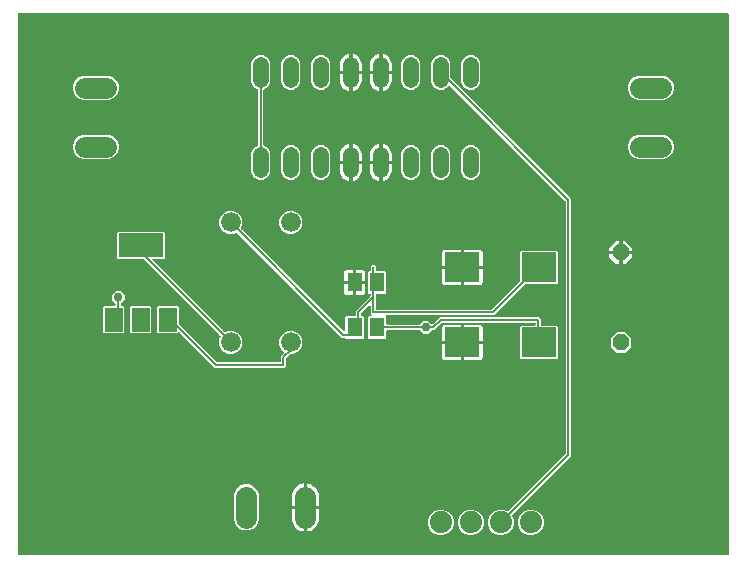
<source format=gbr>
G04 EAGLE Gerber RS-274X export*
G75*
%MOMM*%
%FSLAX34Y34*%
%LPD*%
%INTop Copper*%
%IPPOS*%
%AMOC8*
5,1,8,0,0,1.08239X$1,22.5*%
G01*
%ADD10P,1.539592X8X112.500000*%
%ADD11R,2.900000X2.500000*%
%ADD12C,1.676400*%
%ADD13C,1.320800*%
%ADD14R,1.500000X2.000000*%
%ADD15R,3.800000X2.000000*%
%ADD16C,1.879600*%
%ADD17R,1.300000X1.600000*%
%ADD18C,1.790700*%
%ADD19C,0.152400*%
%ADD20C,0.756400*%

G36*
X611198Y10164D02*
X611198Y10164D01*
X611217Y10162D01*
X611319Y10184D01*
X611421Y10200D01*
X611438Y10210D01*
X611458Y10214D01*
X611547Y10267D01*
X611638Y10316D01*
X611652Y10330D01*
X611669Y10340D01*
X611736Y10419D01*
X611808Y10494D01*
X611816Y10512D01*
X611829Y10527D01*
X611868Y10623D01*
X611911Y10717D01*
X611913Y10737D01*
X611921Y10755D01*
X611939Y10922D01*
X611939Y468378D01*
X611936Y468398D01*
X611938Y468417D01*
X611916Y468519D01*
X611900Y468621D01*
X611890Y468638D01*
X611886Y468658D01*
X611833Y468747D01*
X611784Y468838D01*
X611770Y468852D01*
X611760Y468869D01*
X611681Y468936D01*
X611606Y469008D01*
X611588Y469016D01*
X611573Y469029D01*
X611477Y469068D01*
X611383Y469111D01*
X611363Y469113D01*
X611345Y469121D01*
X611178Y469139D01*
X10922Y469139D01*
X10902Y469136D01*
X10883Y469138D01*
X10781Y469116D01*
X10679Y469100D01*
X10662Y469090D01*
X10642Y469086D01*
X10553Y469033D01*
X10462Y468984D01*
X10448Y468970D01*
X10431Y468960D01*
X10364Y468881D01*
X10292Y468806D01*
X10284Y468788D01*
X10271Y468773D01*
X10232Y468677D01*
X10189Y468583D01*
X10187Y468563D01*
X10179Y468545D01*
X10161Y468378D01*
X10161Y10922D01*
X10164Y10902D01*
X10162Y10883D01*
X10184Y10781D01*
X10200Y10679D01*
X10210Y10662D01*
X10214Y10642D01*
X10267Y10553D01*
X10316Y10462D01*
X10330Y10448D01*
X10340Y10431D01*
X10419Y10364D01*
X10494Y10292D01*
X10512Y10284D01*
X10527Y10271D01*
X10623Y10232D01*
X10717Y10189D01*
X10737Y10187D01*
X10755Y10179D01*
X10922Y10161D01*
X611178Y10161D01*
X611198Y10164D01*
G37*
%LPC*%
G36*
X436468Y176475D02*
X436468Y176475D01*
X435575Y177368D01*
X435575Y203632D01*
X436468Y204525D01*
X447802Y204525D01*
X447822Y204528D01*
X447841Y204526D01*
X447943Y204548D01*
X448045Y204564D01*
X448062Y204574D01*
X448082Y204578D01*
X448171Y204631D01*
X448262Y204680D01*
X448276Y204694D01*
X448293Y204704D01*
X448360Y204783D01*
X448432Y204858D01*
X448440Y204876D01*
X448453Y204891D01*
X448492Y204987D01*
X448535Y205081D01*
X448537Y205101D01*
X448545Y205119D01*
X448563Y205286D01*
X448563Y206502D01*
X448560Y206522D01*
X448562Y206541D01*
X448540Y206643D01*
X448524Y206745D01*
X448514Y206762D01*
X448510Y206782D01*
X448457Y206871D01*
X448408Y206962D01*
X448394Y206976D01*
X448384Y206993D01*
X448305Y207060D01*
X448230Y207132D01*
X448212Y207140D01*
X448197Y207153D01*
X448101Y207192D01*
X448007Y207235D01*
X447987Y207237D01*
X447969Y207245D01*
X447802Y207263D01*
X369563Y207263D01*
X369472Y207249D01*
X369382Y207241D01*
X369352Y207229D01*
X369320Y207224D01*
X369239Y207181D01*
X369155Y207145D01*
X369123Y207119D01*
X369102Y207108D01*
X369080Y207085D01*
X369024Y207040D01*
X362897Y200913D01*
X361133Y200913D01*
X361043Y200899D01*
X360952Y200891D01*
X360923Y200879D01*
X360891Y200874D01*
X360810Y200831D01*
X360726Y200795D01*
X360694Y200769D01*
X360673Y200758D01*
X360651Y200735D01*
X360595Y200690D01*
X357798Y197893D01*
X353402Y197893D01*
X350605Y200690D01*
X350531Y200743D01*
X350461Y200803D01*
X350431Y200815D01*
X350405Y200834D01*
X350318Y200861D01*
X350233Y200895D01*
X350192Y200899D01*
X350170Y200906D01*
X350138Y200905D01*
X350067Y200913D01*
X323086Y200913D01*
X323066Y200910D01*
X323047Y200912D01*
X322945Y200890D01*
X322843Y200874D01*
X322826Y200864D01*
X322806Y200860D01*
X322717Y200807D01*
X322626Y200758D01*
X322612Y200744D01*
X322595Y200734D01*
X322528Y200655D01*
X322456Y200580D01*
X322448Y200562D01*
X322435Y200547D01*
X322396Y200451D01*
X322353Y200357D01*
X322351Y200337D01*
X322343Y200319D01*
X322325Y200152D01*
X322325Y194568D01*
X321432Y193675D01*
X307168Y193675D01*
X306275Y194568D01*
X306275Y211832D01*
X307168Y212725D01*
X309254Y212725D01*
X309324Y212736D01*
X309396Y212738D01*
X309445Y212756D01*
X309496Y212764D01*
X309560Y212798D01*
X309627Y212823D01*
X309668Y212855D01*
X309714Y212880D01*
X309763Y212932D01*
X309819Y212976D01*
X309847Y213020D01*
X309883Y213058D01*
X309913Y213123D01*
X309952Y213183D01*
X309965Y213234D01*
X309987Y213281D01*
X309995Y213352D01*
X310012Y213422D01*
X310008Y213474D01*
X310014Y213525D01*
X309999Y213596D01*
X309993Y213667D01*
X309973Y213715D01*
X309962Y213766D01*
X309925Y213827D01*
X309897Y213893D01*
X309852Y213949D01*
X309835Y213977D01*
X309818Y213992D01*
X309792Y214024D01*
X308863Y214953D01*
X308863Y221242D01*
X308852Y221312D01*
X308850Y221384D01*
X308832Y221433D01*
X308824Y221484D01*
X308790Y221548D01*
X308765Y221615D01*
X308733Y221656D01*
X308708Y221702D01*
X308656Y221751D01*
X308612Y221807D01*
X308568Y221835D01*
X308530Y221871D01*
X308465Y221901D01*
X308405Y221940D01*
X308354Y221953D01*
X308307Y221975D01*
X308236Y221983D01*
X308166Y222000D01*
X308114Y221996D01*
X308063Y222002D01*
X307992Y221987D01*
X307921Y221981D01*
X307873Y221961D01*
X307822Y221950D01*
X307761Y221913D01*
X307695Y221885D01*
X307639Y221840D01*
X307611Y221823D01*
X307596Y221806D01*
X307564Y221780D01*
X300960Y215176D01*
X300907Y215102D01*
X300847Y215032D01*
X300835Y215002D01*
X300816Y214976D01*
X300789Y214889D01*
X300755Y214804D01*
X300751Y214763D01*
X300744Y214741D01*
X300745Y214709D01*
X300737Y214637D01*
X300737Y213486D01*
X300740Y213466D01*
X300738Y213447D01*
X300760Y213345D01*
X300776Y213243D01*
X300786Y213226D01*
X300790Y213206D01*
X300843Y213117D01*
X300892Y213026D01*
X300906Y213012D01*
X300916Y212995D01*
X300995Y212928D01*
X301070Y212856D01*
X301088Y212848D01*
X301103Y212835D01*
X301199Y212796D01*
X301293Y212753D01*
X301313Y212751D01*
X301331Y212743D01*
X301498Y212725D01*
X302432Y212725D01*
X303325Y211832D01*
X303325Y194568D01*
X302432Y193675D01*
X288168Y193675D01*
X287503Y194340D01*
X287429Y194393D01*
X287360Y194453D01*
X287330Y194465D01*
X287304Y194484D01*
X287217Y194511D01*
X287132Y194545D01*
X287091Y194549D01*
X287069Y194556D01*
X287036Y194555D01*
X286965Y194563D01*
X284803Y194563D01*
X283240Y196126D01*
X196155Y283211D01*
X196061Y283278D01*
X195967Y283349D01*
X195961Y283351D01*
X195955Y283354D01*
X195845Y283389D01*
X195733Y283425D01*
X195726Y283425D01*
X195720Y283427D01*
X195604Y283424D01*
X195487Y283423D01*
X195480Y283421D01*
X195475Y283420D01*
X195457Y283414D01*
X195326Y283376D01*
X192471Y282193D01*
X188529Y282193D01*
X184888Y283701D01*
X182101Y286488D01*
X180593Y290129D01*
X180593Y294071D01*
X182101Y297712D01*
X184888Y300499D01*
X188529Y302007D01*
X192471Y302007D01*
X196112Y300499D01*
X198899Y297712D01*
X200407Y294071D01*
X200407Y290129D01*
X199224Y287274D01*
X199197Y287161D01*
X199169Y287047D01*
X199169Y287041D01*
X199168Y287035D01*
X199179Y286918D01*
X199188Y286802D01*
X199190Y286796D01*
X199191Y286790D01*
X199239Y286682D01*
X199284Y286576D01*
X199289Y286570D01*
X199291Y286565D01*
X199304Y286552D01*
X199389Y286445D01*
X285976Y199858D01*
X286034Y199816D01*
X286086Y199767D01*
X286133Y199745D01*
X286175Y199715D01*
X286244Y199694D01*
X286309Y199663D01*
X286361Y199658D01*
X286411Y199642D01*
X286482Y199644D01*
X286553Y199636D01*
X286604Y199647D01*
X286656Y199649D01*
X286724Y199673D01*
X286794Y199688D01*
X286838Y199715D01*
X286887Y199733D01*
X286943Y199778D01*
X287005Y199815D01*
X287039Y199854D01*
X287079Y199887D01*
X287118Y199947D01*
X287165Y200002D01*
X287184Y200050D01*
X287212Y200094D01*
X287230Y200163D01*
X287257Y200230D01*
X287265Y200301D01*
X287273Y200332D01*
X287271Y200356D01*
X287275Y200396D01*
X287275Y211832D01*
X288168Y212725D01*
X295402Y212725D01*
X295422Y212728D01*
X295441Y212726D01*
X295543Y212748D01*
X295645Y212764D01*
X295662Y212774D01*
X295682Y212778D01*
X295771Y212831D01*
X295862Y212880D01*
X295876Y212894D01*
X295893Y212904D01*
X295960Y212983D01*
X296032Y213058D01*
X296040Y213076D01*
X296053Y213091D01*
X296092Y213187D01*
X296135Y213281D01*
X296137Y213301D01*
X296145Y213319D01*
X296163Y213486D01*
X296163Y216847D01*
X308640Y229324D01*
X308693Y229398D01*
X308753Y229468D01*
X308765Y229498D01*
X308784Y229524D01*
X308811Y229611D01*
X308845Y229696D01*
X308849Y229737D01*
X308856Y229759D01*
X308855Y229791D01*
X308863Y229863D01*
X308863Y231014D01*
X308860Y231034D01*
X308862Y231053D01*
X308840Y231155D01*
X308824Y231257D01*
X308814Y231274D01*
X308810Y231294D01*
X308757Y231383D01*
X308708Y231474D01*
X308694Y231488D01*
X308684Y231505D01*
X308605Y231572D01*
X308530Y231644D01*
X308512Y231652D01*
X308497Y231665D01*
X308401Y231704D01*
X308307Y231747D01*
X308287Y231749D01*
X308269Y231757D01*
X308102Y231775D01*
X307168Y231775D01*
X306275Y232668D01*
X306275Y249932D01*
X307168Y250825D01*
X308102Y250825D01*
X308122Y250828D01*
X308141Y250826D01*
X308243Y250848D01*
X308345Y250864D01*
X308362Y250874D01*
X308382Y250878D01*
X308471Y250931D01*
X308562Y250980D01*
X308576Y250994D01*
X308593Y251004D01*
X308660Y251083D01*
X308732Y251158D01*
X308740Y251176D01*
X308753Y251191D01*
X308792Y251287D01*
X308835Y251381D01*
X308837Y251401D01*
X308845Y251419D01*
X308863Y251586D01*
X308863Y254947D01*
X310203Y256287D01*
X312097Y256287D01*
X313437Y254947D01*
X313437Y251586D01*
X313440Y251566D01*
X313438Y251547D01*
X313460Y251445D01*
X313476Y251343D01*
X313486Y251326D01*
X313490Y251306D01*
X313543Y251217D01*
X313592Y251126D01*
X313606Y251112D01*
X313616Y251095D01*
X313695Y251028D01*
X313770Y250956D01*
X313788Y250948D01*
X313803Y250935D01*
X313899Y250896D01*
X313993Y250853D01*
X314013Y250851D01*
X314031Y250843D01*
X314198Y250825D01*
X321432Y250825D01*
X322325Y249932D01*
X322325Y232668D01*
X321432Y231775D01*
X314198Y231775D01*
X314178Y231772D01*
X314159Y231774D01*
X314057Y231752D01*
X313955Y231736D01*
X313938Y231726D01*
X313918Y231722D01*
X313829Y231669D01*
X313738Y231620D01*
X313724Y231606D01*
X313707Y231596D01*
X313640Y231517D01*
X313568Y231442D01*
X313560Y231424D01*
X313547Y231409D01*
X313508Y231313D01*
X313465Y231219D01*
X313463Y231199D01*
X313455Y231181D01*
X313437Y231014D01*
X313437Y218948D01*
X313440Y218928D01*
X313438Y218909D01*
X313460Y218807D01*
X313476Y218705D01*
X313486Y218688D01*
X313490Y218668D01*
X313543Y218579D01*
X313592Y218488D01*
X313606Y218474D01*
X313616Y218457D01*
X313695Y218390D01*
X313770Y218318D01*
X313788Y218310D01*
X313803Y218297D01*
X313899Y218258D01*
X313993Y218215D01*
X314013Y218213D01*
X314031Y218205D01*
X314198Y218187D01*
X411487Y218187D01*
X411578Y218201D01*
X411668Y218209D01*
X411698Y218221D01*
X411730Y218226D01*
X411811Y218269D01*
X411895Y218305D01*
X411927Y218331D01*
X411948Y218342D01*
X411970Y218365D01*
X412026Y218410D01*
X435352Y241736D01*
X435405Y241810D01*
X435465Y241880D01*
X435477Y241910D01*
X435496Y241936D01*
X435523Y242023D01*
X435557Y242108D01*
X435561Y242149D01*
X435568Y242171D01*
X435567Y242203D01*
X435575Y242275D01*
X435575Y267132D01*
X436468Y268025D01*
X466732Y268025D01*
X467625Y267132D01*
X467625Y240868D01*
X466732Y239975D01*
X440375Y239975D01*
X440284Y239961D01*
X440194Y239953D01*
X440164Y239941D01*
X440132Y239936D01*
X440051Y239893D01*
X439967Y239857D01*
X439935Y239831D01*
X439914Y239820D01*
X439892Y239797D01*
X439836Y239752D01*
X413697Y213613D01*
X322381Y213613D01*
X322310Y213602D01*
X322238Y213600D01*
X322189Y213582D01*
X322138Y213574D01*
X322075Y213540D01*
X322007Y213515D01*
X321967Y213483D01*
X321921Y213458D01*
X321871Y213406D01*
X321815Y213362D01*
X321787Y213318D01*
X321751Y213280D01*
X321721Y213215D01*
X321682Y213155D01*
X321670Y213104D01*
X321648Y213057D01*
X321640Y212986D01*
X321622Y212916D01*
X321626Y212864D01*
X321621Y212813D01*
X321636Y212742D01*
X321641Y212671D01*
X321662Y212623D01*
X321673Y212572D01*
X321710Y212511D01*
X321738Y212445D01*
X321783Y212389D01*
X321799Y212361D01*
X321817Y212346D01*
X321843Y212314D01*
X322325Y211832D01*
X322325Y206248D01*
X322328Y206228D01*
X322326Y206209D01*
X322348Y206107D01*
X322364Y206005D01*
X322374Y205988D01*
X322378Y205968D01*
X322431Y205879D01*
X322480Y205788D01*
X322494Y205774D01*
X322504Y205757D01*
X322583Y205690D01*
X322658Y205618D01*
X322676Y205610D01*
X322691Y205597D01*
X322787Y205558D01*
X322881Y205515D01*
X322901Y205513D01*
X322919Y205505D01*
X323086Y205487D01*
X350067Y205487D01*
X350157Y205501D01*
X350248Y205509D01*
X350277Y205521D01*
X350309Y205526D01*
X350390Y205569D01*
X350474Y205605D01*
X350506Y205631D01*
X350527Y205642D01*
X350549Y205665D01*
X350605Y205710D01*
X353402Y208507D01*
X357798Y208507D01*
X360372Y205933D01*
X360388Y205921D01*
X360401Y205905D01*
X360488Y205849D01*
X360572Y205789D01*
X360591Y205783D01*
X360608Y205772D01*
X360708Y205747D01*
X360807Y205717D01*
X360827Y205717D01*
X360846Y205712D01*
X360949Y205720D01*
X361053Y205723D01*
X361072Y205730D01*
X361091Y205732D01*
X361186Y205772D01*
X361284Y205808D01*
X361300Y205820D01*
X361318Y205828D01*
X361449Y205933D01*
X367353Y211837D01*
X451797Y211837D01*
X453137Y210497D01*
X453137Y205286D01*
X453140Y205266D01*
X453138Y205247D01*
X453160Y205145D01*
X453176Y205043D01*
X453186Y205026D01*
X453190Y205006D01*
X453243Y204917D01*
X453292Y204826D01*
X453306Y204812D01*
X453316Y204795D01*
X453395Y204728D01*
X453470Y204656D01*
X453488Y204648D01*
X453503Y204635D01*
X453599Y204596D01*
X453693Y204553D01*
X453713Y204551D01*
X453731Y204543D01*
X453898Y204525D01*
X466732Y204525D01*
X467625Y203632D01*
X467625Y177368D01*
X466732Y176475D01*
X436468Y176475D01*
G37*
%LPD*%
%LPC*%
G36*
X416927Y27177D02*
X416927Y27177D01*
X412913Y28840D01*
X409840Y31913D01*
X408177Y35927D01*
X408177Y40273D01*
X409840Y44287D01*
X412913Y47360D01*
X416927Y49023D01*
X421273Y49023D01*
X424703Y47602D01*
X424817Y47575D01*
X424930Y47547D01*
X424937Y47547D01*
X424943Y47546D01*
X425059Y47557D01*
X425176Y47566D01*
X425181Y47568D01*
X425188Y47569D01*
X425295Y47617D01*
X425402Y47662D01*
X425408Y47667D01*
X425412Y47669D01*
X425426Y47681D01*
X425533Y47767D01*
X473740Y95974D01*
X473793Y96048D01*
X473853Y96118D01*
X473865Y96148D01*
X473884Y96174D01*
X473911Y96261D01*
X473945Y96346D01*
X473949Y96387D01*
X473956Y96409D01*
X473955Y96441D01*
X473963Y96513D01*
X473963Y309887D01*
X473949Y309978D01*
X473941Y310068D01*
X473929Y310098D01*
X473924Y310130D01*
X473881Y310211D01*
X473845Y310295D01*
X473819Y310327D01*
X473808Y310348D01*
X473785Y310370D01*
X473740Y310426D01*
X376271Y407895D01*
X376255Y407907D01*
X376243Y407922D01*
X376155Y407978D01*
X376071Y408038D01*
X376053Y408044D01*
X376036Y408055D01*
X375935Y408080D01*
X375836Y408111D01*
X375816Y408110D01*
X375797Y408115D01*
X375694Y408107D01*
X375590Y408104D01*
X375572Y408098D01*
X375552Y408096D01*
X375457Y408056D01*
X375359Y408020D01*
X375344Y408007D01*
X375326Y408000D01*
X375195Y407895D01*
X372905Y405605D01*
X369917Y404367D01*
X366683Y404367D01*
X363695Y405605D01*
X361409Y407891D01*
X360171Y410879D01*
X360171Y427321D01*
X361409Y430309D01*
X363695Y432595D01*
X366683Y433833D01*
X369917Y433833D01*
X372905Y432595D01*
X375191Y430309D01*
X376429Y427321D01*
X376429Y414521D01*
X376443Y414430D01*
X376451Y414340D01*
X376463Y414310D01*
X376468Y414278D01*
X376511Y414197D01*
X376547Y414113D01*
X376573Y414081D01*
X376584Y414060D01*
X376607Y414038D01*
X376652Y413982D01*
X478537Y312097D01*
X478537Y94303D01*
X428767Y44533D01*
X428699Y44439D01*
X428629Y44344D01*
X428627Y44338D01*
X428623Y44333D01*
X428589Y44222D01*
X428553Y44110D01*
X428553Y44104D01*
X428551Y44098D01*
X428554Y43981D01*
X428555Y43864D01*
X428557Y43857D01*
X428557Y43852D01*
X428564Y43835D01*
X428602Y43703D01*
X430023Y40273D01*
X430023Y35927D01*
X428360Y31913D01*
X425287Y28840D01*
X421273Y27177D01*
X416927Y27177D01*
G37*
%LPD*%
%LPC*%
G36*
X188529Y180593D02*
X188529Y180593D01*
X184888Y182101D01*
X182101Y184888D01*
X180593Y188529D01*
X180593Y192471D01*
X181776Y195326D01*
X181803Y195439D01*
X181831Y195553D01*
X181831Y195559D01*
X181832Y195565D01*
X181821Y195682D01*
X181812Y195798D01*
X181810Y195804D01*
X181809Y195810D01*
X181761Y195918D01*
X181716Y196024D01*
X181711Y196030D01*
X181709Y196035D01*
X181696Y196048D01*
X181611Y196155D01*
X116714Y261052D01*
X116640Y261105D01*
X116570Y261165D01*
X116540Y261177D01*
X116514Y261196D01*
X116427Y261223D01*
X116342Y261257D01*
X116301Y261261D01*
X116279Y261268D01*
X116247Y261267D01*
X116175Y261275D01*
X94668Y261275D01*
X93775Y262168D01*
X93775Y283432D01*
X94668Y284325D01*
X133932Y284325D01*
X134825Y283432D01*
X134825Y262168D01*
X133932Y261275D01*
X124796Y261275D01*
X124726Y261264D01*
X124654Y261262D01*
X124605Y261244D01*
X124554Y261236D01*
X124490Y261202D01*
X124423Y261177D01*
X124382Y261145D01*
X124336Y261120D01*
X124287Y261069D01*
X124231Y261024D01*
X124203Y260980D01*
X124167Y260942D01*
X124137Y260877D01*
X124098Y260817D01*
X124085Y260766D01*
X124063Y260719D01*
X124055Y260648D01*
X124038Y260578D01*
X124042Y260526D01*
X124036Y260475D01*
X124051Y260404D01*
X124057Y260333D01*
X124077Y260285D01*
X124088Y260234D01*
X124125Y260173D01*
X124153Y260107D01*
X124198Y260051D01*
X124215Y260023D01*
X124232Y260008D01*
X124258Y259976D01*
X184845Y199389D01*
X184939Y199322D01*
X185033Y199251D01*
X185039Y199249D01*
X185045Y199246D01*
X185155Y199211D01*
X185267Y199175D01*
X185274Y199175D01*
X185280Y199173D01*
X185396Y199176D01*
X185513Y199177D01*
X185520Y199179D01*
X185525Y199180D01*
X185543Y199186D01*
X185674Y199224D01*
X188529Y200407D01*
X192471Y200407D01*
X196112Y198899D01*
X198899Y196112D01*
X200407Y192471D01*
X200407Y188529D01*
X198899Y184888D01*
X196112Y182101D01*
X192471Y180593D01*
X188529Y180593D01*
G37*
%LPD*%
%LPC*%
G36*
X176853Y169163D02*
X176853Y169163D01*
X175290Y170726D01*
X147124Y198892D01*
X147108Y198903D01*
X147096Y198919D01*
X147008Y198975D01*
X146925Y199035D01*
X146906Y199041D01*
X146889Y199052D01*
X146788Y199077D01*
X146690Y199108D01*
X146670Y199107D01*
X146650Y199112D01*
X146547Y199104D01*
X146444Y199101D01*
X146425Y199094D01*
X146405Y199093D01*
X146310Y199052D01*
X146213Y199017D01*
X146197Y199004D01*
X146179Y198996D01*
X146048Y198892D01*
X145432Y198275D01*
X129168Y198275D01*
X128275Y199168D01*
X128275Y220432D01*
X129168Y221325D01*
X145432Y221325D01*
X146325Y220432D01*
X146325Y206474D01*
X146339Y206384D01*
X146347Y206293D01*
X146359Y206264D01*
X146364Y206232D01*
X146407Y206151D01*
X146443Y206067D01*
X146469Y206035D01*
X146480Y206014D01*
X146503Y205992D01*
X146548Y205936D01*
X178524Y173960D01*
X178598Y173907D01*
X178668Y173847D01*
X178698Y173835D01*
X178724Y173816D01*
X178811Y173789D01*
X178896Y173755D01*
X178937Y173751D01*
X178959Y173744D01*
X178991Y173745D01*
X179063Y173737D01*
X231902Y173737D01*
X231922Y173740D01*
X231941Y173738D01*
X232043Y173760D01*
X232145Y173776D01*
X232162Y173786D01*
X232182Y173790D01*
X232271Y173843D01*
X232362Y173892D01*
X232376Y173906D01*
X232393Y173916D01*
X232460Y173995D01*
X232532Y174070D01*
X232540Y174088D01*
X232553Y174103D01*
X232592Y174199D01*
X232635Y174293D01*
X232637Y174313D01*
X232645Y174331D01*
X232663Y174498D01*
X232663Y178747D01*
X235315Y181399D01*
X235326Y181415D01*
X235342Y181427D01*
X235398Y181514D01*
X235458Y181598D01*
X235464Y181617D01*
X235475Y181634D01*
X235500Y181735D01*
X235531Y181833D01*
X235530Y181853D01*
X235535Y181873D01*
X235527Y181976D01*
X235524Y182079D01*
X235517Y182098D01*
X235516Y182118D01*
X235475Y182213D01*
X235440Y182310D01*
X235427Y182326D01*
X235419Y182344D01*
X235315Y182475D01*
X232901Y184888D01*
X231393Y188529D01*
X231393Y192471D01*
X232901Y196112D01*
X235688Y198899D01*
X239329Y200407D01*
X243271Y200407D01*
X246912Y198899D01*
X249699Y196112D01*
X251207Y192471D01*
X251207Y188529D01*
X249699Y184888D01*
X246912Y182101D01*
X243271Y180593D01*
X241292Y180593D01*
X241202Y180579D01*
X241111Y180571D01*
X241082Y180559D01*
X241050Y180554D01*
X240969Y180511D01*
X240885Y180475D01*
X240853Y180449D01*
X240832Y180438D01*
X240810Y180415D01*
X240754Y180370D01*
X237460Y177076D01*
X237407Y177002D01*
X237347Y176932D01*
X237335Y176902D01*
X237316Y176876D01*
X237289Y176789D01*
X237255Y176704D01*
X237251Y176663D01*
X237244Y176641D01*
X237245Y176609D01*
X237237Y176537D01*
X237237Y170503D01*
X235897Y169163D01*
X176853Y169163D01*
G37*
%LPD*%
%LPC*%
G36*
X214283Y328167D02*
X214283Y328167D01*
X211295Y329405D01*
X209009Y331691D01*
X207771Y334679D01*
X207771Y351121D01*
X209009Y354109D01*
X211295Y356395D01*
X213143Y357161D01*
X213243Y357223D01*
X213343Y357282D01*
X213347Y357287D01*
X213352Y357290D01*
X213427Y357381D01*
X213503Y357469D01*
X213505Y357475D01*
X213509Y357480D01*
X213551Y357588D01*
X213595Y357697D01*
X213596Y357705D01*
X213597Y357709D01*
X213598Y357728D01*
X213613Y357864D01*
X213613Y404136D01*
X213594Y404251D01*
X213577Y404367D01*
X213575Y404373D01*
X213574Y404379D01*
X213519Y404481D01*
X213466Y404586D01*
X213461Y404591D01*
X213458Y404596D01*
X213374Y404676D01*
X213290Y404759D01*
X213284Y404762D01*
X213280Y404766D01*
X213263Y404773D01*
X213143Y404839D01*
X211295Y405605D01*
X209009Y407891D01*
X207771Y410879D01*
X207771Y427321D01*
X209009Y430309D01*
X211295Y432595D01*
X214283Y433833D01*
X217517Y433833D01*
X220505Y432595D01*
X222791Y430309D01*
X224029Y427321D01*
X224029Y410879D01*
X222791Y407891D01*
X220505Y405605D01*
X218657Y404839D01*
X218557Y404777D01*
X218457Y404718D01*
X218453Y404713D01*
X218448Y404710D01*
X218373Y404619D01*
X218297Y404531D01*
X218295Y404525D01*
X218291Y404520D01*
X218249Y404412D01*
X218205Y404303D01*
X218204Y404295D01*
X218203Y404291D01*
X218202Y404272D01*
X218187Y404136D01*
X218187Y357864D01*
X218206Y357749D01*
X218223Y357633D01*
X218225Y357627D01*
X218226Y357621D01*
X218281Y357518D01*
X218334Y357414D01*
X218339Y357409D01*
X218342Y357404D01*
X218426Y357324D01*
X218510Y357241D01*
X218516Y357238D01*
X218520Y357234D01*
X218537Y357227D01*
X218657Y357161D01*
X220505Y356395D01*
X222791Y354109D01*
X224029Y351121D01*
X224029Y334679D01*
X222791Y331691D01*
X220505Y329405D01*
X217517Y328167D01*
X214283Y328167D01*
G37*
%LPD*%
%LPC*%
G36*
X65162Y345522D02*
X65162Y345522D01*
X61311Y347117D01*
X58363Y350065D01*
X56768Y353916D01*
X56768Y358084D01*
X58363Y361935D01*
X61311Y364883D01*
X65162Y366478D01*
X87238Y366478D01*
X91089Y364883D01*
X94037Y361935D01*
X95632Y358084D01*
X95632Y353916D01*
X94037Y350065D01*
X91089Y347117D01*
X87238Y345522D01*
X65162Y345522D01*
G37*
%LPD*%
%LPC*%
G36*
X201516Y31368D02*
X201516Y31368D01*
X197665Y32963D01*
X194717Y35911D01*
X193122Y39762D01*
X193122Y61838D01*
X194717Y65689D01*
X197665Y68637D01*
X201516Y70232D01*
X205684Y70232D01*
X209535Y68637D01*
X212483Y65689D01*
X214078Y61838D01*
X214078Y39762D01*
X212483Y35911D01*
X209535Y32963D01*
X205684Y31368D01*
X201516Y31368D01*
G37*
%LPD*%
%LPC*%
G36*
X535062Y395522D02*
X535062Y395522D01*
X531211Y397117D01*
X528263Y400065D01*
X526668Y403916D01*
X526668Y408084D01*
X528263Y411935D01*
X531211Y414883D01*
X535062Y416478D01*
X557138Y416478D01*
X560989Y414883D01*
X563937Y411935D01*
X565532Y408084D01*
X565532Y403916D01*
X563937Y400065D01*
X560989Y397117D01*
X557138Y395522D01*
X535062Y395522D01*
G37*
%LPD*%
%LPC*%
G36*
X65162Y395522D02*
X65162Y395522D01*
X61311Y397117D01*
X58363Y400065D01*
X56768Y403916D01*
X56768Y408084D01*
X58363Y411935D01*
X61311Y414883D01*
X65162Y416478D01*
X87238Y416478D01*
X91089Y414883D01*
X94037Y411935D01*
X95632Y408084D01*
X95632Y403916D01*
X94037Y400065D01*
X91089Y397117D01*
X87238Y395522D01*
X65162Y395522D01*
G37*
%LPD*%
%LPC*%
G36*
X535062Y345522D02*
X535062Y345522D01*
X531211Y347117D01*
X528263Y350065D01*
X526668Y353916D01*
X526668Y358084D01*
X528263Y361935D01*
X531211Y364883D01*
X535062Y366478D01*
X557138Y366478D01*
X560989Y364883D01*
X563937Y361935D01*
X565532Y358084D01*
X565532Y353916D01*
X563937Y350065D01*
X560989Y347117D01*
X557138Y345522D01*
X535062Y345522D01*
G37*
%LPD*%
%LPC*%
G36*
X83168Y198275D02*
X83168Y198275D01*
X82275Y199168D01*
X82275Y220432D01*
X83168Y221325D01*
X92202Y221325D01*
X92222Y221328D01*
X92241Y221326D01*
X92343Y221348D01*
X92445Y221364D01*
X92462Y221374D01*
X92482Y221378D01*
X92571Y221431D01*
X92662Y221480D01*
X92676Y221494D01*
X92693Y221504D01*
X92760Y221583D01*
X92832Y221658D01*
X92840Y221676D01*
X92853Y221691D01*
X92892Y221787D01*
X92935Y221881D01*
X92937Y221901D01*
X92945Y221919D01*
X92963Y222086D01*
X92963Y223067D01*
X92949Y223157D01*
X92941Y223248D01*
X92929Y223277D01*
X92924Y223309D01*
X92881Y223390D01*
X92845Y223474D01*
X92819Y223506D01*
X92808Y223527D01*
X92785Y223549D01*
X92740Y223605D01*
X89943Y226402D01*
X89943Y230798D01*
X93052Y233907D01*
X97448Y233907D01*
X100557Y230798D01*
X100557Y226402D01*
X97760Y223605D01*
X97707Y223531D01*
X97647Y223461D01*
X97635Y223431D01*
X97616Y223405D01*
X97589Y223318D01*
X97555Y223233D01*
X97551Y223192D01*
X97544Y223170D01*
X97545Y223138D01*
X97537Y223067D01*
X97537Y222086D01*
X97540Y222066D01*
X97538Y222047D01*
X97560Y221945D01*
X97576Y221843D01*
X97586Y221826D01*
X97590Y221806D01*
X97643Y221717D01*
X97692Y221626D01*
X97706Y221612D01*
X97716Y221595D01*
X97795Y221528D01*
X97870Y221456D01*
X97888Y221448D01*
X97903Y221435D01*
X97999Y221396D01*
X98093Y221353D01*
X98113Y221351D01*
X98131Y221343D01*
X98298Y221325D01*
X99432Y221325D01*
X100325Y220432D01*
X100325Y199168D01*
X99432Y198275D01*
X83168Y198275D01*
G37*
%LPD*%
%LPC*%
G36*
X341283Y328167D02*
X341283Y328167D01*
X338295Y329405D01*
X336009Y331691D01*
X334771Y334679D01*
X334771Y351121D01*
X336009Y354109D01*
X338295Y356395D01*
X341283Y357633D01*
X344517Y357633D01*
X347505Y356395D01*
X349791Y354109D01*
X351029Y351121D01*
X351029Y334679D01*
X349791Y331691D01*
X347505Y329405D01*
X344517Y328167D01*
X341283Y328167D01*
G37*
%LPD*%
%LPC*%
G36*
X265083Y328167D02*
X265083Y328167D01*
X262095Y329405D01*
X259809Y331691D01*
X258571Y334679D01*
X258571Y351121D01*
X259809Y354109D01*
X262095Y356395D01*
X265083Y357633D01*
X268317Y357633D01*
X271305Y356395D01*
X273591Y354109D01*
X274829Y351121D01*
X274829Y334679D01*
X273591Y331691D01*
X271305Y329405D01*
X268317Y328167D01*
X265083Y328167D01*
G37*
%LPD*%
%LPC*%
G36*
X366683Y328167D02*
X366683Y328167D01*
X363695Y329405D01*
X361409Y331691D01*
X360171Y334679D01*
X360171Y351121D01*
X361409Y354109D01*
X363695Y356395D01*
X366683Y357633D01*
X369917Y357633D01*
X372905Y356395D01*
X375191Y354109D01*
X376429Y351121D01*
X376429Y334679D01*
X375191Y331691D01*
X372905Y329405D01*
X369917Y328167D01*
X366683Y328167D01*
G37*
%LPD*%
%LPC*%
G36*
X239683Y328167D02*
X239683Y328167D01*
X236695Y329405D01*
X234409Y331691D01*
X233171Y334679D01*
X233171Y351121D01*
X234409Y354109D01*
X236695Y356395D01*
X239683Y357633D01*
X242917Y357633D01*
X245905Y356395D01*
X248191Y354109D01*
X249429Y351121D01*
X249429Y334679D01*
X248191Y331691D01*
X245905Y329405D01*
X242917Y328167D01*
X239683Y328167D01*
G37*
%LPD*%
%LPC*%
G36*
X341283Y404367D02*
X341283Y404367D01*
X338295Y405605D01*
X336009Y407891D01*
X334771Y410879D01*
X334771Y427321D01*
X336009Y430309D01*
X338295Y432595D01*
X341283Y433833D01*
X344517Y433833D01*
X347505Y432595D01*
X349791Y430309D01*
X351029Y427321D01*
X351029Y410879D01*
X349791Y407891D01*
X347505Y405605D01*
X344517Y404367D01*
X341283Y404367D01*
G37*
%LPD*%
%LPC*%
G36*
X392083Y404367D02*
X392083Y404367D01*
X389095Y405605D01*
X386809Y407891D01*
X385571Y410879D01*
X385571Y427321D01*
X386809Y430309D01*
X389095Y432595D01*
X392083Y433833D01*
X395317Y433833D01*
X398305Y432595D01*
X400591Y430309D01*
X401829Y427321D01*
X401829Y410879D01*
X400591Y407891D01*
X398305Y405605D01*
X395317Y404367D01*
X392083Y404367D01*
G37*
%LPD*%
%LPC*%
G36*
X265083Y404367D02*
X265083Y404367D01*
X262095Y405605D01*
X259809Y407891D01*
X258571Y410879D01*
X258571Y427321D01*
X259809Y430309D01*
X262095Y432595D01*
X265083Y433833D01*
X268317Y433833D01*
X271305Y432595D01*
X273591Y430309D01*
X274829Y427321D01*
X274829Y410879D01*
X273591Y407891D01*
X271305Y405605D01*
X268317Y404367D01*
X265083Y404367D01*
G37*
%LPD*%
%LPC*%
G36*
X239683Y404367D02*
X239683Y404367D01*
X236695Y405605D01*
X234409Y407891D01*
X233171Y410879D01*
X233171Y427321D01*
X234409Y430309D01*
X236695Y432595D01*
X239683Y433833D01*
X242917Y433833D01*
X245905Y432595D01*
X248191Y430309D01*
X249429Y427321D01*
X249429Y410879D01*
X248191Y407891D01*
X245905Y405605D01*
X242917Y404367D01*
X239683Y404367D01*
G37*
%LPD*%
%LPC*%
G36*
X392083Y328167D02*
X392083Y328167D01*
X389095Y329405D01*
X386809Y331691D01*
X385571Y334679D01*
X385571Y351121D01*
X386809Y354109D01*
X389095Y356395D01*
X392083Y357633D01*
X395317Y357633D01*
X398305Y356395D01*
X400591Y354109D01*
X401829Y351121D01*
X401829Y334679D01*
X400591Y331691D01*
X398305Y329405D01*
X395317Y328167D01*
X392083Y328167D01*
G37*
%LPD*%
%LPC*%
G36*
X106168Y198275D02*
X106168Y198275D01*
X105275Y199168D01*
X105275Y220432D01*
X106168Y221325D01*
X122432Y221325D01*
X123325Y220432D01*
X123325Y199168D01*
X122432Y198275D01*
X106168Y198275D01*
G37*
%LPD*%
%LPC*%
G36*
X366127Y27177D02*
X366127Y27177D01*
X362113Y28840D01*
X359040Y31913D01*
X357377Y35927D01*
X357377Y40273D01*
X359040Y44287D01*
X362113Y47360D01*
X366127Y49023D01*
X370473Y49023D01*
X374487Y47360D01*
X377560Y44287D01*
X379223Y40273D01*
X379223Y35927D01*
X377560Y31913D01*
X374487Y28840D01*
X370473Y27177D01*
X366127Y27177D01*
G37*
%LPD*%
%LPC*%
G36*
X442327Y27177D02*
X442327Y27177D01*
X438313Y28840D01*
X435240Y31913D01*
X433577Y35927D01*
X433577Y40273D01*
X435240Y44287D01*
X438313Y47360D01*
X442327Y49023D01*
X446673Y49023D01*
X450687Y47360D01*
X453760Y44287D01*
X455423Y40273D01*
X455423Y35927D01*
X453760Y31913D01*
X450687Y28840D01*
X446673Y27177D01*
X442327Y27177D01*
G37*
%LPD*%
%LPC*%
G36*
X391527Y27177D02*
X391527Y27177D01*
X387513Y28840D01*
X384440Y31913D01*
X382777Y35927D01*
X382777Y40273D01*
X384440Y44287D01*
X387513Y47360D01*
X391527Y49023D01*
X395873Y49023D01*
X399887Y47360D01*
X402960Y44287D01*
X404623Y40273D01*
X404623Y35927D01*
X402960Y31913D01*
X399887Y28840D01*
X395873Y27177D01*
X391527Y27177D01*
G37*
%LPD*%
%LPC*%
G36*
X239329Y282193D02*
X239329Y282193D01*
X235688Y283701D01*
X232901Y286488D01*
X231393Y290129D01*
X231393Y294071D01*
X232901Y297712D01*
X235688Y300499D01*
X239329Y302007D01*
X243271Y302007D01*
X246912Y300499D01*
X249699Y297712D01*
X251207Y294071D01*
X251207Y290129D01*
X249699Y286488D01*
X246912Y283701D01*
X243271Y282193D01*
X239329Y282193D01*
G37*
%LPD*%
%LPC*%
G36*
X517123Y181863D02*
X517123Y181863D01*
X512063Y186923D01*
X512063Y194077D01*
X517123Y199137D01*
X524277Y199137D01*
X529337Y194077D01*
X529337Y186923D01*
X524277Y181863D01*
X517123Y181863D01*
G37*
%LPD*%
%LPC*%
G36*
X388123Y192023D02*
X388123Y192023D01*
X388123Y205541D01*
X401434Y205541D01*
X402081Y205368D01*
X402660Y205033D01*
X403133Y204560D01*
X403468Y203981D01*
X403641Y203334D01*
X403641Y192023D01*
X388123Y192023D01*
G37*
%LPD*%
%LPC*%
G36*
X388123Y255523D02*
X388123Y255523D01*
X388123Y269041D01*
X401434Y269041D01*
X402081Y268868D01*
X402660Y268533D01*
X403133Y268060D01*
X403468Y267481D01*
X403641Y266834D01*
X403641Y255523D01*
X388123Y255523D01*
G37*
%LPD*%
%LPC*%
G36*
X369559Y192023D02*
X369559Y192023D01*
X369559Y203334D01*
X369732Y203981D01*
X370067Y204560D01*
X370540Y205033D01*
X371119Y205368D01*
X371766Y205541D01*
X385077Y205541D01*
X385077Y192023D01*
X369559Y192023D01*
G37*
%LPD*%
%LPC*%
G36*
X369559Y255523D02*
X369559Y255523D01*
X369559Y266834D01*
X369732Y267481D01*
X370067Y268060D01*
X370540Y268533D01*
X371119Y268868D01*
X371766Y269041D01*
X385077Y269041D01*
X385077Y255523D01*
X369559Y255523D01*
G37*
%LPD*%
%LPC*%
G36*
X388123Y175459D02*
X388123Y175459D01*
X388123Y188977D01*
X403641Y188977D01*
X403641Y177666D01*
X403468Y177019D01*
X403133Y176440D01*
X402660Y175967D01*
X402081Y175632D01*
X401434Y175459D01*
X388123Y175459D01*
G37*
%LPD*%
%LPC*%
G36*
X388123Y238959D02*
X388123Y238959D01*
X388123Y252477D01*
X403641Y252477D01*
X403641Y241166D01*
X403468Y240519D01*
X403133Y239940D01*
X402660Y239467D01*
X402081Y239132D01*
X401434Y238959D01*
X388123Y238959D01*
G37*
%LPD*%
%LPC*%
G36*
X371766Y238959D02*
X371766Y238959D01*
X371119Y239132D01*
X370540Y239467D01*
X370067Y239940D01*
X369732Y240519D01*
X369559Y241166D01*
X369559Y252477D01*
X385077Y252477D01*
X385077Y238959D01*
X371766Y238959D01*
G37*
%LPD*%
%LPC*%
G36*
X371766Y175459D02*
X371766Y175459D01*
X371119Y175632D01*
X370540Y175967D01*
X370067Y176440D01*
X369732Y177019D01*
X369559Y177666D01*
X369559Y188977D01*
X385077Y188977D01*
X385077Y175459D01*
X371766Y175459D01*
G37*
%LPD*%
%LPC*%
G36*
X255123Y52323D02*
X255123Y52323D01*
X255123Y71150D01*
X256292Y70965D01*
X258012Y70406D01*
X259624Y69584D01*
X261088Y68521D01*
X262367Y67242D01*
X263431Y65778D01*
X264252Y64166D01*
X264811Y62445D01*
X265094Y60658D01*
X265094Y52323D01*
X255123Y52323D01*
G37*
%LPD*%
%LPC*%
G36*
X255123Y49277D02*
X255123Y49277D01*
X265094Y49277D01*
X265094Y40942D01*
X264811Y39155D01*
X264252Y37434D01*
X263431Y35822D01*
X262367Y34358D01*
X261088Y33079D01*
X259624Y32016D01*
X258012Y31194D01*
X256292Y30635D01*
X255123Y30450D01*
X255123Y49277D01*
G37*
%LPD*%
%LPC*%
G36*
X242106Y52323D02*
X242106Y52323D01*
X242106Y60658D01*
X242389Y62445D01*
X242948Y64166D01*
X243769Y65778D01*
X244833Y67242D01*
X246112Y68521D01*
X247576Y69584D01*
X249188Y70406D01*
X250908Y70965D01*
X252077Y71150D01*
X252077Y52323D01*
X242106Y52323D01*
G37*
%LPD*%
%LPC*%
G36*
X250908Y30635D02*
X250908Y30635D01*
X249188Y31194D01*
X247576Y32016D01*
X246112Y33079D01*
X244833Y34358D01*
X243769Y35822D01*
X242948Y37434D01*
X242389Y39155D01*
X242106Y40942D01*
X242106Y49277D01*
X252077Y49277D01*
X252077Y30450D01*
X250908Y30635D01*
G37*
%LPD*%
%LPC*%
G36*
X293623Y420623D02*
X293623Y420623D01*
X293623Y434725D01*
X294767Y434497D01*
X296432Y433808D01*
X297930Y432807D01*
X299203Y431534D01*
X300204Y430036D01*
X300893Y428371D01*
X301245Y426605D01*
X301245Y420623D01*
X293623Y420623D01*
G37*
%LPD*%
%LPC*%
G36*
X319023Y420623D02*
X319023Y420623D01*
X319023Y434725D01*
X320167Y434497D01*
X321832Y433808D01*
X323330Y432807D01*
X324603Y431534D01*
X325604Y430036D01*
X326293Y428371D01*
X326645Y426605D01*
X326645Y420623D01*
X319023Y420623D01*
G37*
%LPD*%
%LPC*%
G36*
X293623Y344423D02*
X293623Y344423D01*
X293623Y358525D01*
X294767Y358297D01*
X296432Y357608D01*
X297930Y356607D01*
X299203Y355334D01*
X300204Y353836D01*
X300893Y352171D01*
X301245Y350405D01*
X301245Y344423D01*
X293623Y344423D01*
G37*
%LPD*%
%LPC*%
G36*
X319023Y344423D02*
X319023Y344423D01*
X319023Y358525D01*
X320167Y358297D01*
X321832Y357608D01*
X323330Y356607D01*
X324603Y355334D01*
X325604Y353836D01*
X326293Y352171D01*
X326645Y350405D01*
X326645Y344423D01*
X319023Y344423D01*
G37*
%LPD*%
%LPC*%
G36*
X319023Y417577D02*
X319023Y417577D01*
X326645Y417577D01*
X326645Y411595D01*
X326293Y409829D01*
X325604Y408164D01*
X324603Y406666D01*
X323330Y405393D01*
X321832Y404392D01*
X320167Y403703D01*
X319023Y403475D01*
X319023Y417577D01*
G37*
%LPD*%
%LPC*%
G36*
X293623Y417577D02*
X293623Y417577D01*
X301245Y417577D01*
X301245Y411595D01*
X300893Y409829D01*
X300204Y408164D01*
X299203Y406666D01*
X297930Y405393D01*
X296432Y404392D01*
X294767Y403703D01*
X293623Y403475D01*
X293623Y417577D01*
G37*
%LPD*%
%LPC*%
G36*
X293623Y341377D02*
X293623Y341377D01*
X301245Y341377D01*
X301245Y335395D01*
X300893Y333629D01*
X300204Y331964D01*
X299203Y330466D01*
X297930Y329193D01*
X296432Y328192D01*
X294767Y327503D01*
X293623Y327275D01*
X293623Y341377D01*
G37*
%LPD*%
%LPC*%
G36*
X319023Y341377D02*
X319023Y341377D01*
X326645Y341377D01*
X326645Y335395D01*
X326293Y333629D01*
X325604Y331964D01*
X324603Y330466D01*
X323330Y329193D01*
X321832Y328192D01*
X320167Y327503D01*
X319023Y327275D01*
X319023Y341377D01*
G37*
%LPD*%
%LPC*%
G36*
X282955Y420623D02*
X282955Y420623D01*
X282955Y426605D01*
X283307Y428371D01*
X283996Y430036D01*
X284997Y431534D01*
X286270Y432807D01*
X287768Y433808D01*
X289433Y434497D01*
X290577Y434725D01*
X290577Y420623D01*
X282955Y420623D01*
G37*
%LPD*%
%LPC*%
G36*
X308355Y420623D02*
X308355Y420623D01*
X308355Y426605D01*
X308707Y428371D01*
X309396Y430036D01*
X310397Y431534D01*
X311670Y432807D01*
X313168Y433808D01*
X314833Y434497D01*
X315977Y434725D01*
X315977Y420623D01*
X308355Y420623D01*
G37*
%LPD*%
%LPC*%
G36*
X282955Y344423D02*
X282955Y344423D01*
X282955Y350405D01*
X283307Y352171D01*
X283996Y353836D01*
X284997Y355334D01*
X286270Y356607D01*
X287768Y357608D01*
X289433Y358297D01*
X290577Y358525D01*
X290577Y344423D01*
X282955Y344423D01*
G37*
%LPD*%
%LPC*%
G36*
X308355Y344423D02*
X308355Y344423D01*
X308355Y350405D01*
X308707Y352171D01*
X309396Y353836D01*
X310397Y355334D01*
X311670Y356607D01*
X313168Y357608D01*
X314833Y358297D01*
X315977Y358525D01*
X315977Y344423D01*
X308355Y344423D01*
G37*
%LPD*%
%LPC*%
G36*
X314833Y327503D02*
X314833Y327503D01*
X313168Y328192D01*
X311670Y329193D01*
X310397Y330466D01*
X309396Y331964D01*
X308707Y333629D01*
X308355Y335395D01*
X308355Y341377D01*
X315977Y341377D01*
X315977Y327275D01*
X314833Y327503D01*
G37*
%LPD*%
%LPC*%
G36*
X314833Y403703D02*
X314833Y403703D01*
X313168Y404392D01*
X311670Y405393D01*
X310397Y406666D01*
X309396Y408164D01*
X308707Y409829D01*
X308355Y411595D01*
X308355Y417577D01*
X315977Y417577D01*
X315977Y403475D01*
X314833Y403703D01*
G37*
%LPD*%
%LPC*%
G36*
X289433Y403703D02*
X289433Y403703D01*
X287768Y404392D01*
X286270Y405393D01*
X284997Y406666D01*
X283996Y408164D01*
X283307Y409829D01*
X282955Y411595D01*
X282955Y417577D01*
X290577Y417577D01*
X290577Y403475D01*
X289433Y403703D01*
G37*
%LPD*%
%LPC*%
G36*
X289433Y327503D02*
X289433Y327503D01*
X287768Y328192D01*
X286270Y329193D01*
X284997Y330466D01*
X283996Y331964D01*
X283307Y333629D01*
X282955Y335395D01*
X282955Y341377D01*
X290577Y341377D01*
X290577Y327275D01*
X289433Y327503D01*
G37*
%LPD*%
%LPC*%
G36*
X296823Y242823D02*
X296823Y242823D01*
X296823Y251841D01*
X302134Y251841D01*
X302781Y251668D01*
X303360Y251333D01*
X303833Y250860D01*
X304168Y250281D01*
X304341Y249634D01*
X304341Y242823D01*
X296823Y242823D01*
G37*
%LPD*%
%LPC*%
G36*
X296823Y230759D02*
X296823Y230759D01*
X296823Y239777D01*
X304341Y239777D01*
X304341Y232966D01*
X304168Y232319D01*
X303833Y231740D01*
X303360Y231267D01*
X302781Y230932D01*
X302134Y230759D01*
X296823Y230759D01*
G37*
%LPD*%
%LPC*%
G36*
X286259Y242823D02*
X286259Y242823D01*
X286259Y249634D01*
X286432Y250281D01*
X286767Y250860D01*
X287240Y251333D01*
X287819Y251668D01*
X288466Y251841D01*
X293777Y251841D01*
X293777Y242823D01*
X286259Y242823D01*
G37*
%LPD*%
%LPC*%
G36*
X288466Y230759D02*
X288466Y230759D01*
X287819Y230932D01*
X287240Y231267D01*
X286767Y231740D01*
X286432Y232319D01*
X286259Y232966D01*
X286259Y239777D01*
X293777Y239777D01*
X293777Y230759D01*
X288466Y230759D01*
G37*
%LPD*%
%LPC*%
G36*
X522223Y268223D02*
X522223Y268223D01*
X522223Y276353D01*
X524698Y276353D01*
X530353Y270698D01*
X530353Y268223D01*
X522223Y268223D01*
G37*
%LPD*%
%LPC*%
G36*
X511047Y268223D02*
X511047Y268223D01*
X511047Y270698D01*
X516702Y276353D01*
X519177Y276353D01*
X519177Y268223D01*
X511047Y268223D01*
G37*
%LPD*%
%LPC*%
G36*
X522223Y257047D02*
X522223Y257047D01*
X522223Y265177D01*
X530353Y265177D01*
X530353Y262702D01*
X524698Y257047D01*
X522223Y257047D01*
G37*
%LPD*%
%LPC*%
G36*
X516702Y257047D02*
X516702Y257047D01*
X511047Y262702D01*
X511047Y265177D01*
X519177Y265177D01*
X519177Y257047D01*
X516702Y257047D01*
G37*
%LPD*%
%LPC*%
G36*
X292099Y342899D02*
X292099Y342899D01*
X292099Y342901D01*
X292101Y342901D01*
X292101Y342899D01*
X292099Y342899D01*
G37*
%LPD*%
%LPC*%
G36*
X317499Y342899D02*
X317499Y342899D01*
X317499Y342901D01*
X317501Y342901D01*
X317501Y342899D01*
X317499Y342899D01*
G37*
%LPD*%
%LPC*%
G36*
X292099Y419099D02*
X292099Y419099D01*
X292099Y419101D01*
X292101Y419101D01*
X292101Y419099D01*
X292099Y419099D01*
G37*
%LPD*%
%LPC*%
G36*
X317499Y419099D02*
X317499Y419099D01*
X317499Y419101D01*
X317501Y419101D01*
X317501Y419099D01*
X317499Y419099D01*
G37*
%LPD*%
%LPC*%
G36*
X253599Y50799D02*
X253599Y50799D01*
X253599Y50801D01*
X253601Y50801D01*
X253601Y50799D01*
X253599Y50799D01*
G37*
%LPD*%
%LPC*%
G36*
X520699Y266699D02*
X520699Y266699D01*
X520699Y266701D01*
X520701Y266701D01*
X520701Y266699D01*
X520699Y266699D01*
G37*
%LPD*%
%LPC*%
G36*
X386599Y190499D02*
X386599Y190499D01*
X386599Y190501D01*
X386601Y190501D01*
X386601Y190499D01*
X386599Y190499D01*
G37*
%LPD*%
%LPC*%
G36*
X295299Y241299D02*
X295299Y241299D01*
X295299Y241301D01*
X295301Y241301D01*
X295301Y241299D01*
X295299Y241299D01*
G37*
%LPD*%
%LPC*%
G36*
X386599Y253999D02*
X386599Y253999D01*
X386599Y254001D01*
X386601Y254001D01*
X386601Y253999D01*
X386599Y253999D01*
G37*
%LPD*%
D10*
X520700Y190500D03*
X520700Y266700D03*
D11*
X451600Y190500D03*
X386600Y190500D03*
X451600Y254000D03*
X386600Y254000D03*
D12*
X241300Y292100D03*
X241300Y190500D03*
X190500Y292100D03*
X190500Y190500D03*
D13*
X215900Y336296D02*
X215900Y349504D01*
X241300Y349504D02*
X241300Y336296D01*
X368300Y336296D02*
X368300Y349504D01*
X393700Y349504D02*
X393700Y336296D01*
X266700Y336296D02*
X266700Y349504D01*
X292100Y349504D02*
X292100Y336296D01*
X342900Y336296D02*
X342900Y349504D01*
X317500Y349504D02*
X317500Y336296D01*
X393700Y412496D02*
X393700Y425704D01*
X368300Y425704D02*
X368300Y412496D01*
X342900Y412496D02*
X342900Y425704D01*
X317500Y425704D02*
X317500Y412496D01*
X292100Y412496D02*
X292100Y425704D01*
X266700Y425704D02*
X266700Y412496D01*
X241300Y412496D02*
X241300Y425704D01*
X215900Y425704D02*
X215900Y412496D01*
D14*
X91300Y209800D03*
X114300Y209800D03*
X137300Y209800D03*
D15*
X114300Y272800D03*
D16*
X368300Y38100D03*
X393700Y38100D03*
X419100Y38100D03*
X444500Y38100D03*
D17*
X295300Y203200D03*
X314300Y203200D03*
D18*
X203600Y59754D02*
X203600Y41847D01*
X253600Y41847D02*
X253600Y59754D01*
X537147Y356000D02*
X555054Y356000D01*
X555054Y406000D02*
X537147Y406000D01*
X85154Y406000D02*
X67247Y406000D01*
X67247Y356000D02*
X85154Y356000D01*
D17*
X295300Y241300D03*
X314300Y241300D03*
D19*
X95250Y228600D02*
X95250Y215900D01*
X91300Y209800D01*
X311150Y228600D02*
X311150Y241300D01*
X311150Y254000D01*
X311150Y228600D02*
X298450Y215900D01*
X298450Y203200D01*
X295300Y203200D01*
X412750Y215900D02*
X450850Y254000D01*
X412750Y215900D02*
X311150Y215900D01*
X311150Y228600D01*
X450850Y254000D02*
X451600Y254000D01*
X285750Y196850D02*
X190500Y292100D01*
X285750Y196850D02*
X292100Y196850D01*
X292100Y203200D01*
X295300Y203200D01*
D20*
X95250Y228600D03*
D19*
X311150Y241300D02*
X314300Y241300D01*
X190500Y190500D02*
X114300Y266700D01*
X114300Y272800D01*
X355600Y203200D02*
X361950Y203200D01*
X355600Y203200D02*
X314300Y203200D01*
X361950Y203200D02*
X368300Y209550D01*
X450850Y209550D01*
X450850Y190500D01*
X451600Y190500D01*
X215900Y342900D02*
X215900Y419100D01*
D20*
X355600Y203200D03*
D19*
X177800Y171450D02*
X139700Y209550D01*
X177800Y171450D02*
X234950Y171450D01*
X234950Y177800D01*
X241300Y184150D01*
X241300Y190500D01*
X139700Y209550D02*
X137300Y209800D01*
X368300Y419100D02*
X476250Y311150D01*
X476250Y95250D01*
X419100Y38100D01*
M02*

</source>
